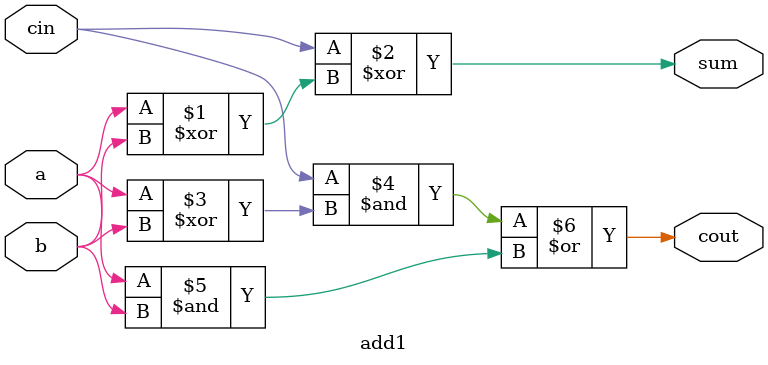
<source format=v>
module add1 ( input a, input b, input cin,   output sum, output cout );
    assign sum  = cin ^ ( a^ b);
    assign cout = (cin &(a^b)) | (a&b);
    
endmodule
</source>
